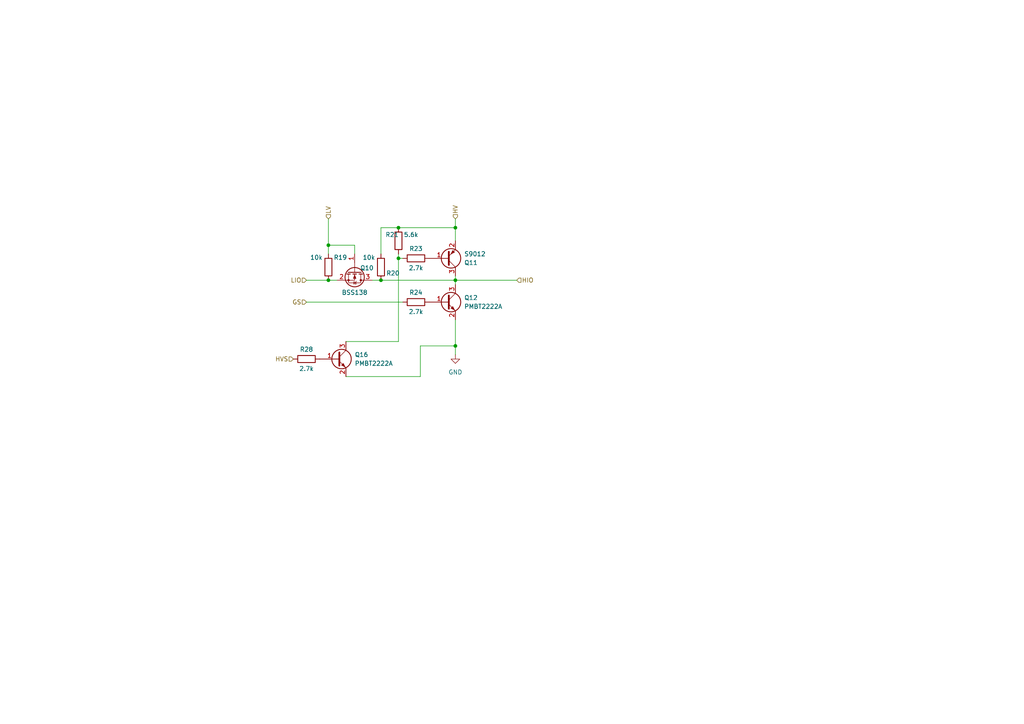
<source format=kicad_sch>
(kicad_sch (version 20231120) (generator "eeschema") (generator_version "8.0")
  (paper "A4")
  (lib_symbols
    (symbol "Device:Q_PNP_BEC" (pin_names (offset 0) hide)
      (property "Reference" "Q" (at 5.08 1.27 0))
      (property "Value" "Q_PNP_BEC" (at 5.08 -1.27 0))
      (symbol "Q_PNP_BEC_0_1"
        (polyline (pts (xy 0.635 0.635) (xy 2.54 2.54)))
        (polyline (pts (xy 0.635 -0.635) (xy 2.54 -2.54) (xy 2.54 -2.54)))
        (polyline (pts (xy 0.635 1.905) (xy 0.635 -1.905) (xy 0.635 -1.905)) (stroke (width 0.508)))
        (polyline (pts (xy 2.286 -1.778) (xy 1.778 -2.286) (xy 1.27 -1.27) (xy 2.286 -1.778) (xy 2.286 -1.778)) (fill (type outline)))
        (circle (center 1.27 0) (radius 2.8194) (stroke (width 0.254)))
      )
      (symbol "Q_PNP_BEC_1_1"
        (pin input line (at -5.08 0 0) (length 5.715) (name "B") (number "1"))
        (pin passive line (at 2.54 -5.08 90) (length 2.54) (name "E") (number "2"))
        (pin passive line (at 2.54 5.08 270) (length 2.54) (name "C") (number "3"))
      )
    )
    (symbol "Device:R" (pin_numbers hide) (pin_names (offset 0))
      (property "Reference" "R" (at 2.032 0 90))
      (property "Value" "R" (at 0 0 90))
      (symbol "R_0_1"
        (rectangle (start -1.016 -2.54) (end 1.016 2.54) (stroke (width 0.254)))
      )
      (symbol "R_1_1"
        (pin passive line (at 0 3.81 270) (length 1.27) (name "~") (number "1"))
        (pin passive line (at 0 -3.81 90) (length 1.27) (name "~") (number "2"))
      )
    )
    (symbol "Transistor_BJT:PMBT2222A" (pin_names (offset 0) hide)
      (property "Reference" "Q" (at 5.08 1.905 0))
      (property "Value" "PMBT2222A" (at 5.08 0 0))
      (symbol "PMBT2222A_0_1"
        (polyline (pts (xy 0.635 0.635) (xy 2.54 2.54)))
        (polyline (pts (xy 0.635 -0.635) (xy 2.54 -2.54) (xy 2.54 -2.54)))
        (polyline (pts (xy 0.635 1.905) (xy 0.635 -1.905) (xy 0.635 -1.905)) (stroke (width 0.508)))
        (polyline (pts (xy 1.27 -1.778) (xy 1.778 -1.27) (xy 2.286 -2.286) (xy 1.27 -1.778) (xy 1.27 -1.778)) (fill (type outline)))
        (circle (center 1.27 0) (radius 2.8194) (stroke (width 0.254)))
      )
      (symbol "PMBT2222A_1_1"
        (pin input line (at -5.08 0 0) (length 5.715) (name "B") (number "1"))
        (pin passive line (at 2.54 -5.08 90) (length 2.54) (name "E") (number "2"))
        (pin passive line (at 2.54 5.08 270) (length 2.54) (name "C") (number "3"))
      )
    )
    (symbol "Transistor_FET:BSS138" (pin_names hide)
      (property "Reference" "Q" (at 5.08 1.905 0))
      (property "Value" "BSS138" (at 5.08 0 0))
      (symbol "BSS138_0_1"
        (polyline (pts (xy 0.254 0) (xy -2.54 0)))
        (polyline (pts (xy 0.254 1.905) (xy 0.254 -1.905)) (stroke (width 0.254)))
        (polyline (pts (xy 0.762 -1.27) (xy 0.762 -2.286)) (stroke (width 0.254)))
        (polyline (pts (xy 0.762 0.508) (xy 0.762 -0.508)) (stroke (width 0.254)))
        (polyline (pts (xy 0.762 2.286) (xy 0.762 1.27)) (stroke (width 0.254)))
        (polyline (pts (xy 2.54 2.54) (xy 2.54 1.778)))
        (polyline (pts (xy 2.54 -2.54) (xy 2.54 0) (xy 0.762 0)))
        (polyline (pts (xy 0.762 -1.778) (xy 3.302 -1.778) (xy 3.302 1.778) (xy 0.762 1.778)))
        (polyline (pts (xy 1.016 0) (xy 2.032 0.381) (xy 2.032 -0.381) (xy 1.016 0)) (fill (type outline)))
        (polyline (pts (xy 2.794 0.508) (xy 2.921 0.381) (xy 3.683 0.381) (xy 3.81 0.254)))
        (polyline (pts (xy 3.302 0.381) (xy 2.921 -0.254) (xy 3.683 -0.254) (xy 3.302 0.381)))
        (circle (center 1.651 0) (radius 2.794) (stroke (width 0.254)))
        (circle (center 2.54 -1.778) (radius 0.254) (fill (type outline)))
        (circle (center 2.54 1.778) (radius 0.254) (fill (type outline)))
      )
      (symbol "BSS138_1_1"
        (pin input line (at -5.08 0 0) (length 2.54) (name "G") (number "1"))
        (pin passive line (at 2.54 -5.08 90) (length 2.54) (name "S") (number "2"))
        (pin passive line (at 2.54 5.08 270) (length 2.54) (name "D") (number "3"))
      )
    )
    (symbol "power:GND" (power) (pin_numbers hide) (pin_names (offset 0) hide)
      (property "Value" "GND" (at 0 -3.81 0))
      (symbol "GND_0_1"
        (polyline (pts (xy 0 0) (xy 0 -1.27) (xy 1.27 -1.27) (xy 0 -2.54) (xy -1.27 -1.27) (xy 0 -1.27)))
      )
      (symbol "GND_1_1"
        (pin power_in line (at 0 0 270) (length 0) (name "~") (number "1"))
      )
    )
  )
  (junction (at 110.49 81.28))
  (junction (at 95.25 71.12))
  (junction (at 132.08 81.28))
  (junction (at 132.08 66.04))
  (junction (at 115.57 66.04))
  (junction (at 115.57 74.93))
  (junction (at 95.25 81.28))
  (junction (at 132.08 100.33))
  (wire (pts (xy 107.95 81.28) (xy 110.49 81.28)))
  (wire (pts (xy 115.57 74.93) (xy 115.57 99.06)))
  (wire (pts (xy 95.25 73.66) (xy 95.25 71.12)))
  (wire (pts (xy 132.08 81.28) (xy 132.08 80.01)))
  (wire (pts (xy 132.08 81.28) (xy 149.86 81.28)))
  (wire (pts (xy 95.25 81.28) (xy 97.79 81.28)))
  (wire (pts (xy 110.49 81.28) (xy 132.08 81.28)))
  (wire (pts (xy 132.08 100.33) (xy 132.08 102.87)))
  (wire (pts (xy 121.92 100.33) (xy 132.08 100.33)))
  (wire (pts (xy 95.25 63.5) (xy 95.25 71.12)))
  (wire (pts (xy 88.9 87.63) (xy 116.84 87.63)))
  (wire (pts (xy 132.08 66.04) (xy 132.08 69.85)))
  (wire (pts (xy 132.08 81.28) (xy 132.08 82.55)))
  (wire (pts (xy 121.92 109.22) (xy 100.33 109.22)))
  (wire (pts (xy 100.33 99.06) (xy 115.57 99.06)))
  (wire (pts (xy 95.25 71.12) (xy 102.87 71.12)))
  (wire (pts (xy 110.49 66.04) (xy 115.57 66.04)))
  (wire (pts (xy 132.08 92.71) (xy 132.08 100.33)))
  (wire (pts (xy 88.9 81.28) (xy 95.25 81.28)))
  (wire (pts (xy 132.08 63.5) (xy 132.08 66.04)))
  (wire (pts (xy 115.57 73.66) (xy 115.57 74.93)))
  (wire (pts (xy 102.87 71.12) (xy 102.87 73.66)))
  (wire (pts (xy 110.49 66.04) (xy 110.49 73.66)))
  (wire (pts (xy 121.92 100.33) (xy 121.92 109.22)))
  (wire (pts (xy 115.57 74.93) (xy 116.84 74.93)))
  (wire (pts (xy 115.57 66.04) (xy 132.08 66.04)))
  (hierarchical_label "LV" (shape input) (at 95.25 63.5 90))
  (hierarchical_label "HVS" (shape input) (at 85.09 104.14 180))
  (hierarchical_label "LIO" (shape input) (at 88.9 81.28 180))
  (hierarchical_label "GS" (shape input) (at 88.9 87.63 180))
  (hierarchical_label "HV" (shape input) (at 132.08 63.5 90))
  (hierarchical_label "HIO" (shape input) (at 149.86 81.28 0))
  (symbol (lib_id "Device:R") (at 115.57 69.85 0) (unit 1)
    (property "Reference" "R21" (at 111.76 68.072 0) (effects (justify left)))
    (property "Value" "5.6k" (at 117.094 68.072 0) (effects (justify left)))
    (property "Footprint" "Resistor_SMD:R_1206_3216Metric_Pad1.30x1.75mm_HandSolder" (effects (hide yes)))
    (property "Description" "Resistor" (effects (hide yes)))
    (instances (project "pin_interface_circuit" (path "" (reference "R21") (unit 1)) (path "" (reference "R3") (unit 1)) (path "" (reference "R15") (unit 1)) (path "" (reference "R9") (unit 1))))
  )
  (symbol (lib_id "Device:R") (at 120.65 74.93 90) (unit 1)
    (property "Reference" "R23" (at 120.65 72.136 90))
    (property "Value" "2.7k" (at 120.65 77.724 90))
    (property "Footprint" "Resistor_SMD:R_1206_3216Metric_Pad1.30x1.75mm_HandSolder" (effects (hide yes)))
    (property "Description" "Resistor" (effects (hide yes)))
    (instances (project "pin_interface_circuit" (path "" (reference "R23") (unit 1)) (path "" (reference "R5") (unit 1)) (path "" (reference "R17") (unit 1)) (path "" (reference "R11") (unit 1))))
  )
  (symbol (lib_id "Transistor_BJT:PMBT2222A") (at 129.54 87.63 0) (unit 1)
    (property "Reference" "Q12" (at 134.62 86.3599 0) (effects (justify left)))
    (property "Value" "PMBT2222A" (at 134.62 88.8999 0) (effects (justify left)))
    (property "Footprint" "Package_TO_SOT_SMD:SOT-23_Handsoldering" (effects (hide yes)))
    (property "Datasheet" "https://assets.nexperia.com/documents/data-sheet/PMBT2222A.pdf" (effects (hide yes)))
    (property "Description" "600mA Ic, 40V Vce, NPN Transistor, SOT-23" (effects (hide yes)))
    (instances (project "pin_interface_circuit" (path "" (reference "Q12") (unit 1)) (path "" (reference "Q3") (unit 1)) (path "" (reference "Q9") (unit 1)) (path "" (reference "Q6") (unit 1))))
  )
  (symbol (lib_id "Device:R") (at 88.9 104.14 90) (unit 1)
    (property "Reference" "R25" (at 88.9 101.346 90))
    (property "Value" "2.7k" (at 88.9 106.934 90))
    (property "Footprint" "Resistor_SMD:R_1206_3216Metric_Pad1.30x1.75mm_HandSolder" (effects (hide yes)))
    (property "Description" "Resistor" (effects (hide yes)))
    (instances (project "pin_interface_circuit" (path "" (reference "R28") (unit 1)) (path "" (reference "R25") (unit 1)) (path "" (reference "R27") (unit 1)) (path "" (reference "R26") (unit 1))))
  )
  (symbol (lib_id "Device:Q_PNP_BEC") (at 129.54 74.93 0) (mirror x) (unit 1)
    (property "Reference" "Q11" (at 134.62 76.2001 0) (effects (justify left)))
    (property "Value" "S9012" (at 134.62 73.6601 0) (effects (justify left)))
    (property "Footprint" "Package_TO_SOT_SMD:SOT-23_Handsoldering" (effects (hide yes)))
    (property "Description" "PNP transistor, base/emitter/collector" (effects (hide yes)))
    (instances (project "pin_interface_circuit" (path "" (reference "Q11") (unit 1)) (path "" (reference "Q2") (unit 1)) (path "" (reference "Q8") (unit 1)) (path "" (reference "Q5") (unit 1))))
  )
  (symbol (lib_id "Transistor_FET:BSS138") (at 102.87 78.74 270) (unit 1)
    (property "Reference" "Q10" (at 106.426 77.724 90))
    (property "Value" "BSS138" (at 102.87 84.836 90))
    (property "Footprint" "Package_TO_SOT_SMD:SOT-23_Handsoldering" (effects (hide yes)))
    (property "Datasheet" "https://www.onsemi.com/pub/Collateral/BSS138-D.PDF" (effects (hide yes)))
    (property "Description" "50V Vds, 0.22A Id, N-Channel MOSFET, SOT-23" (effects (hide yes)))
    (instances (project "pin_interface_circuit" (path "" (reference "Q10") (unit 1)) (path "" (reference "Q1") (unit 1)) (path "" (reference "Q7") (unit 1)) (path "" (reference "Q4") (unit 1))))
  )
  (symbol (lib_id "power:GND") (at 132.08 102.87 0) (unit 1)
    (property "Reference" "#PWR04" (effects (hide yes)))
    (property "Value" "GND" (at 132.08 107.95 0))
    (property "Description" "Power symbol creates a global label with name \"GND\" , ground" (effects (hide yes)))
    (instances (project "pin_interface_circuit" (path "" (reference "#PWR04") (unit 1)) (path "" (reference "#PWR01") (unit 1)) (path "" (reference "#PWR03") (unit 1)) (path "" (reference "#PWR02") (unit 1))))
  )
  (symbol (lib_id "Device:R") (at 120.65 87.63 90) (unit 1)
    (property "Reference" "R24" (at 120.65 84.836 90))
    (property "Value" "2.7k" (at 120.65 90.424 90))
    (property "Footprint" "Resistor_SMD:R_1206_3216Metric_Pad1.30x1.75mm_HandSolder" (effects (hide yes)))
    (property "Description" "Resistor" (effects (hide yes)))
    (instances (project "pin_interface_circuit" (path "" (reference "R24") (unit 1)) (path "" (reference "R6") (unit 1)) (path "" (reference "R18") (unit 1)) (path "" (reference "R12") (unit 1))))
  )
  (symbol (lib_id "Device:R") (at 95.25 77.47 0) (unit 1)
    (property "Reference" "R19" (at 96.774 74.676 0) (effects (justify left)))
    (property "Value" "10k" (at 89.916 74.676 0) (effects (justify left)))
    (property "Footprint" "Resistor_SMD:R_1206_3216Metric_Pad1.30x1.75mm_HandSolder" (effects (hide yes)))
    (property "Description" "Resistor" (effects (hide yes)))
    (instances (project "pin_interface_circuit" (path "" (reference "R19") (unit 1)) (path "" (reference "R1") (unit 1)) (path "" (reference "R13") (unit 1)) (path "" (reference "R7") (unit 1))))
  )
  (symbol (lib_id "Transistor_BJT:PMBT2222A") (at 97.79 104.14 0) (unit 1)
    (property "Reference" "Q13" (at 102.87 102.8699 0) (effects (justify left)))
    (property "Value" "PMBT2222A" (at 102.87 105.4099 0) (effects (justify left)))
    (property "Footprint" "Package_TO_SOT_SMD:SOT-23_Handsoldering" (effects (hide yes)))
    (property "Datasheet" "https://assets.nexperia.com/documents/data-sheet/PMBT2222A.pdf" (effects (hide yes)))
    (property "Description" "600mA Ic, 40V Vce, NPN Transistor, SOT-23" (effects (hide yes)))
    (instances (project "pin_interface_circuit" (path "" (reference "Q16") (unit 1)) (path "" (reference "Q13") (unit 1)) (path "" (reference "Q15") (unit 1)) (path "" (reference "Q14") (unit 1))))
  )
  (symbol (lib_id "Device:R") (at 110.49 77.47 0) (unit 1)
    (property "Reference" "R20" (at 112.014 79.248 0) (effects (justify left)))
    (property "Value" "10k" (at 105.156 74.676 0) (effects (justify left)))
    (property "Footprint" "Resistor_SMD:R_1206_3216Metric_Pad1.30x1.75mm_HandSolder" (effects (hide yes)))
    (property "Description" "Resistor" (effects (hide yes)))
    (instances (project "pin_interface_circuit" (path "" (reference "R20") (unit 1)) (path "" (reference "R2") (unit 1)) (path "" (reference "R14") (unit 1)) (path "" (reference "R8") (unit 1))))
  )
)
</source>
